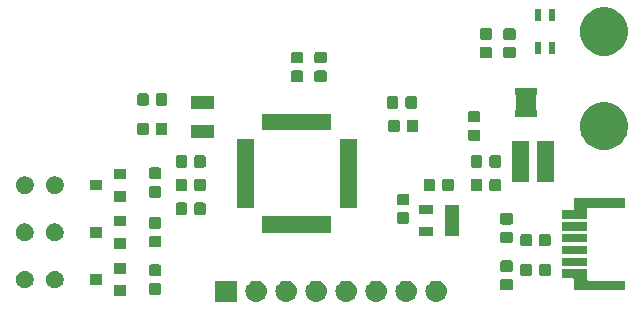
<source format=gts>
G04 #@! TF.GenerationSoftware,KiCad,Pcbnew,(5.1.0)-1*
G04 #@! TF.CreationDate,2019-06-02T21:22:59+02:00*
G04 #@! TF.ProjectId,ledpwmble,6c656470-776d-4626-9c65-2e6b69636164,rev?*
G04 #@! TF.SameCoordinates,Original*
G04 #@! TF.FileFunction,Soldermask,Top*
G04 #@! TF.FilePolarity,Negative*
%FSLAX46Y46*%
G04 Gerber Fmt 4.6, Leading zero omitted, Abs format (unit mm)*
G04 Created by KiCad (PCBNEW (5.1.0)-1) date 2019-06-02 21:22:59*
%MOMM*%
%LPD*%
G04 APERTURE LIST*
%ADD10C,0.100000*%
G04 APERTURE END LIST*
D10*
G36*
X159810442Y-106105518D02*
G01*
X159876627Y-106112037D01*
X160046466Y-106163557D01*
X160202991Y-106247222D01*
X160238729Y-106276552D01*
X160340186Y-106359814D01*
X160410431Y-106445409D01*
X160452778Y-106497009D01*
X160536443Y-106653534D01*
X160587963Y-106823373D01*
X160605359Y-107000000D01*
X160587963Y-107176627D01*
X160536443Y-107346466D01*
X160452778Y-107502991D01*
X160423448Y-107538729D01*
X160340186Y-107640186D01*
X160238729Y-107723448D01*
X160202991Y-107752778D01*
X160046466Y-107836443D01*
X159876627Y-107887963D01*
X159810442Y-107894482D01*
X159744260Y-107901000D01*
X159655740Y-107901000D01*
X159589558Y-107894482D01*
X159523373Y-107887963D01*
X159353534Y-107836443D01*
X159197009Y-107752778D01*
X159161271Y-107723448D01*
X159059814Y-107640186D01*
X158976552Y-107538729D01*
X158947222Y-107502991D01*
X158863557Y-107346466D01*
X158812037Y-107176627D01*
X158794641Y-107000000D01*
X158812037Y-106823373D01*
X158863557Y-106653534D01*
X158947222Y-106497009D01*
X158989569Y-106445409D01*
X159059814Y-106359814D01*
X159161271Y-106276552D01*
X159197009Y-106247222D01*
X159353534Y-106163557D01*
X159523373Y-106112037D01*
X159589558Y-106105518D01*
X159655740Y-106099000D01*
X159744260Y-106099000D01*
X159810442Y-106105518D01*
X159810442Y-106105518D01*
G37*
G36*
X147901000Y-107901000D02*
G01*
X146099000Y-107901000D01*
X146099000Y-106099000D01*
X147901000Y-106099000D01*
X147901000Y-107901000D01*
X147901000Y-107901000D01*
G37*
G36*
X149650442Y-106105518D02*
G01*
X149716627Y-106112037D01*
X149886466Y-106163557D01*
X150042991Y-106247222D01*
X150078729Y-106276552D01*
X150180186Y-106359814D01*
X150250431Y-106445409D01*
X150292778Y-106497009D01*
X150376443Y-106653534D01*
X150427963Y-106823373D01*
X150445359Y-107000000D01*
X150427963Y-107176627D01*
X150376443Y-107346466D01*
X150292778Y-107502991D01*
X150263448Y-107538729D01*
X150180186Y-107640186D01*
X150078729Y-107723448D01*
X150042991Y-107752778D01*
X149886466Y-107836443D01*
X149716627Y-107887963D01*
X149650442Y-107894482D01*
X149584260Y-107901000D01*
X149495740Y-107901000D01*
X149429558Y-107894482D01*
X149363373Y-107887963D01*
X149193534Y-107836443D01*
X149037009Y-107752778D01*
X149001271Y-107723448D01*
X148899814Y-107640186D01*
X148816552Y-107538729D01*
X148787222Y-107502991D01*
X148703557Y-107346466D01*
X148652037Y-107176627D01*
X148634641Y-107000000D01*
X148652037Y-106823373D01*
X148703557Y-106653534D01*
X148787222Y-106497009D01*
X148829569Y-106445409D01*
X148899814Y-106359814D01*
X149001271Y-106276552D01*
X149037009Y-106247222D01*
X149193534Y-106163557D01*
X149363373Y-106112037D01*
X149429558Y-106105518D01*
X149495740Y-106099000D01*
X149584260Y-106099000D01*
X149650442Y-106105518D01*
X149650442Y-106105518D01*
G37*
G36*
X152190442Y-106105518D02*
G01*
X152256627Y-106112037D01*
X152426466Y-106163557D01*
X152582991Y-106247222D01*
X152618729Y-106276552D01*
X152720186Y-106359814D01*
X152790431Y-106445409D01*
X152832778Y-106497009D01*
X152916443Y-106653534D01*
X152967963Y-106823373D01*
X152985359Y-107000000D01*
X152967963Y-107176627D01*
X152916443Y-107346466D01*
X152832778Y-107502991D01*
X152803448Y-107538729D01*
X152720186Y-107640186D01*
X152618729Y-107723448D01*
X152582991Y-107752778D01*
X152426466Y-107836443D01*
X152256627Y-107887963D01*
X152190442Y-107894482D01*
X152124260Y-107901000D01*
X152035740Y-107901000D01*
X151969558Y-107894482D01*
X151903373Y-107887963D01*
X151733534Y-107836443D01*
X151577009Y-107752778D01*
X151541271Y-107723448D01*
X151439814Y-107640186D01*
X151356552Y-107538729D01*
X151327222Y-107502991D01*
X151243557Y-107346466D01*
X151192037Y-107176627D01*
X151174641Y-107000000D01*
X151192037Y-106823373D01*
X151243557Y-106653534D01*
X151327222Y-106497009D01*
X151369569Y-106445409D01*
X151439814Y-106359814D01*
X151541271Y-106276552D01*
X151577009Y-106247222D01*
X151733534Y-106163557D01*
X151903373Y-106112037D01*
X151969558Y-106105518D01*
X152035740Y-106099000D01*
X152124260Y-106099000D01*
X152190442Y-106105518D01*
X152190442Y-106105518D01*
G37*
G36*
X154730442Y-106105518D02*
G01*
X154796627Y-106112037D01*
X154966466Y-106163557D01*
X155122991Y-106247222D01*
X155158729Y-106276552D01*
X155260186Y-106359814D01*
X155330431Y-106445409D01*
X155372778Y-106497009D01*
X155456443Y-106653534D01*
X155507963Y-106823373D01*
X155525359Y-107000000D01*
X155507963Y-107176627D01*
X155456443Y-107346466D01*
X155372778Y-107502991D01*
X155343448Y-107538729D01*
X155260186Y-107640186D01*
X155158729Y-107723448D01*
X155122991Y-107752778D01*
X154966466Y-107836443D01*
X154796627Y-107887963D01*
X154730442Y-107894482D01*
X154664260Y-107901000D01*
X154575740Y-107901000D01*
X154509558Y-107894482D01*
X154443373Y-107887963D01*
X154273534Y-107836443D01*
X154117009Y-107752778D01*
X154081271Y-107723448D01*
X153979814Y-107640186D01*
X153896552Y-107538729D01*
X153867222Y-107502991D01*
X153783557Y-107346466D01*
X153732037Y-107176627D01*
X153714641Y-107000000D01*
X153732037Y-106823373D01*
X153783557Y-106653534D01*
X153867222Y-106497009D01*
X153909569Y-106445409D01*
X153979814Y-106359814D01*
X154081271Y-106276552D01*
X154117009Y-106247222D01*
X154273534Y-106163557D01*
X154443373Y-106112037D01*
X154509558Y-106105518D01*
X154575740Y-106099000D01*
X154664260Y-106099000D01*
X154730442Y-106105518D01*
X154730442Y-106105518D01*
G37*
G36*
X164890442Y-106105518D02*
G01*
X164956627Y-106112037D01*
X165126466Y-106163557D01*
X165282991Y-106247222D01*
X165318729Y-106276552D01*
X165420186Y-106359814D01*
X165490431Y-106445409D01*
X165532778Y-106497009D01*
X165616443Y-106653534D01*
X165667963Y-106823373D01*
X165685359Y-107000000D01*
X165667963Y-107176627D01*
X165616443Y-107346466D01*
X165532778Y-107502991D01*
X165503448Y-107538729D01*
X165420186Y-107640186D01*
X165318729Y-107723448D01*
X165282991Y-107752778D01*
X165126466Y-107836443D01*
X164956627Y-107887963D01*
X164890442Y-107894482D01*
X164824260Y-107901000D01*
X164735740Y-107901000D01*
X164669558Y-107894482D01*
X164603373Y-107887963D01*
X164433534Y-107836443D01*
X164277009Y-107752778D01*
X164241271Y-107723448D01*
X164139814Y-107640186D01*
X164056552Y-107538729D01*
X164027222Y-107502991D01*
X163943557Y-107346466D01*
X163892037Y-107176627D01*
X163874641Y-107000000D01*
X163892037Y-106823373D01*
X163943557Y-106653534D01*
X164027222Y-106497009D01*
X164069569Y-106445409D01*
X164139814Y-106359814D01*
X164241271Y-106276552D01*
X164277009Y-106247222D01*
X164433534Y-106163557D01*
X164603373Y-106112037D01*
X164669558Y-106105518D01*
X164735740Y-106099000D01*
X164824260Y-106099000D01*
X164890442Y-106105518D01*
X164890442Y-106105518D01*
G37*
G36*
X157270442Y-106105518D02*
G01*
X157336627Y-106112037D01*
X157506466Y-106163557D01*
X157662991Y-106247222D01*
X157698729Y-106276552D01*
X157800186Y-106359814D01*
X157870431Y-106445409D01*
X157912778Y-106497009D01*
X157996443Y-106653534D01*
X158047963Y-106823373D01*
X158065359Y-107000000D01*
X158047963Y-107176627D01*
X157996443Y-107346466D01*
X157912778Y-107502991D01*
X157883448Y-107538729D01*
X157800186Y-107640186D01*
X157698729Y-107723448D01*
X157662991Y-107752778D01*
X157506466Y-107836443D01*
X157336627Y-107887963D01*
X157270442Y-107894482D01*
X157204260Y-107901000D01*
X157115740Y-107901000D01*
X157049558Y-107894482D01*
X156983373Y-107887963D01*
X156813534Y-107836443D01*
X156657009Y-107752778D01*
X156621271Y-107723448D01*
X156519814Y-107640186D01*
X156436552Y-107538729D01*
X156407222Y-107502991D01*
X156323557Y-107346466D01*
X156272037Y-107176627D01*
X156254641Y-107000000D01*
X156272037Y-106823373D01*
X156323557Y-106653534D01*
X156407222Y-106497009D01*
X156449569Y-106445409D01*
X156519814Y-106359814D01*
X156621271Y-106276552D01*
X156657009Y-106247222D01*
X156813534Y-106163557D01*
X156983373Y-106112037D01*
X157049558Y-106105518D01*
X157115740Y-106099000D01*
X157204260Y-106099000D01*
X157270442Y-106105518D01*
X157270442Y-106105518D01*
G37*
G36*
X162350442Y-106105518D02*
G01*
X162416627Y-106112037D01*
X162586466Y-106163557D01*
X162742991Y-106247222D01*
X162778729Y-106276552D01*
X162880186Y-106359814D01*
X162950431Y-106445409D01*
X162992778Y-106497009D01*
X163076443Y-106653534D01*
X163127963Y-106823373D01*
X163145359Y-107000000D01*
X163127963Y-107176627D01*
X163076443Y-107346466D01*
X162992778Y-107502991D01*
X162963448Y-107538729D01*
X162880186Y-107640186D01*
X162778729Y-107723448D01*
X162742991Y-107752778D01*
X162586466Y-107836443D01*
X162416627Y-107887963D01*
X162350442Y-107894482D01*
X162284260Y-107901000D01*
X162195740Y-107901000D01*
X162129558Y-107894482D01*
X162063373Y-107887963D01*
X161893534Y-107836443D01*
X161737009Y-107752778D01*
X161701271Y-107723448D01*
X161599814Y-107640186D01*
X161516552Y-107538729D01*
X161487222Y-107502991D01*
X161403557Y-107346466D01*
X161352037Y-107176627D01*
X161334641Y-107000000D01*
X161352037Y-106823373D01*
X161403557Y-106653534D01*
X161487222Y-106497009D01*
X161529569Y-106445409D01*
X161599814Y-106359814D01*
X161701271Y-106276552D01*
X161737009Y-106247222D01*
X161893534Y-106163557D01*
X162063373Y-106112037D01*
X162129558Y-106105518D01*
X162195740Y-106099000D01*
X162284260Y-106099000D01*
X162350442Y-106105518D01*
X162350442Y-106105518D01*
G37*
G36*
X138501000Y-107401000D02*
G01*
X137499000Y-107401000D01*
X137499000Y-106499000D01*
X138501000Y-106499000D01*
X138501000Y-107401000D01*
X138501000Y-107401000D01*
G37*
G36*
X141379591Y-106303085D02*
G01*
X141413569Y-106313393D01*
X141444890Y-106330134D01*
X141472339Y-106352661D01*
X141494866Y-106380110D01*
X141511607Y-106411431D01*
X141521915Y-106445409D01*
X141526000Y-106486890D01*
X141526000Y-107088110D01*
X141521915Y-107129591D01*
X141511607Y-107163569D01*
X141494866Y-107194890D01*
X141472339Y-107222339D01*
X141444890Y-107244866D01*
X141413569Y-107261607D01*
X141379591Y-107271915D01*
X141338110Y-107276000D01*
X140661890Y-107276000D01*
X140620409Y-107271915D01*
X140586431Y-107261607D01*
X140555110Y-107244866D01*
X140527661Y-107222339D01*
X140505134Y-107194890D01*
X140488393Y-107163569D01*
X140478085Y-107129591D01*
X140474000Y-107088110D01*
X140474000Y-106486890D01*
X140478085Y-106445409D01*
X140488393Y-106411431D01*
X140505134Y-106380110D01*
X140527661Y-106352661D01*
X140555110Y-106330134D01*
X140586431Y-106313393D01*
X140620409Y-106303085D01*
X140661890Y-106299000D01*
X141338110Y-106299000D01*
X141379591Y-106303085D01*
X141379591Y-106303085D01*
G37*
G36*
X171119591Y-105953085D02*
G01*
X171153569Y-105963393D01*
X171184890Y-105980134D01*
X171212339Y-106002661D01*
X171234866Y-106030110D01*
X171251607Y-106061431D01*
X171261915Y-106095409D01*
X171266000Y-106136890D01*
X171266000Y-106738110D01*
X171261915Y-106779591D01*
X171251607Y-106813569D01*
X171234866Y-106844890D01*
X171212339Y-106872339D01*
X171184890Y-106894866D01*
X171153569Y-106911607D01*
X171119591Y-106921915D01*
X171078110Y-106926000D01*
X170401890Y-106926000D01*
X170360409Y-106921915D01*
X170326431Y-106911607D01*
X170295110Y-106894866D01*
X170267661Y-106872339D01*
X170245134Y-106844890D01*
X170228393Y-106813569D01*
X170218085Y-106779591D01*
X170214000Y-106738110D01*
X170214000Y-106136890D01*
X170218085Y-106095409D01*
X170228393Y-106061431D01*
X170245134Y-106030110D01*
X170267661Y-106002661D01*
X170295110Y-105980134D01*
X170326431Y-105963393D01*
X170360409Y-105953085D01*
X170401890Y-105949000D01*
X171078110Y-105949000D01*
X171119591Y-105953085D01*
X171119591Y-105953085D01*
G37*
G36*
X177560000Y-105965001D02*
G01*
X177562402Y-105989387D01*
X177569515Y-106012836D01*
X177581066Y-106034447D01*
X177596611Y-106053389D01*
X177615553Y-106068934D01*
X177637164Y-106080485D01*
X177660613Y-106087598D01*
X177684999Y-106090000D01*
X180760000Y-106090000D01*
X180760000Y-106910000D01*
X176440000Y-106910000D01*
X176440000Y-105984999D01*
X176437598Y-105960613D01*
X176430485Y-105937164D01*
X176418934Y-105915553D01*
X176403389Y-105896611D01*
X176384447Y-105881066D01*
X176362836Y-105869515D01*
X176339387Y-105862402D01*
X176315001Y-105860000D01*
X175440000Y-105860000D01*
X175440000Y-105140000D01*
X177560000Y-105140000D01*
X177560000Y-105965001D01*
X177560000Y-105965001D01*
G37*
G36*
X132719059Y-105277860D02*
G01*
X132855732Y-105334472D01*
X132978735Y-105416660D01*
X133083340Y-105521265D01*
X133128311Y-105588569D01*
X133165529Y-105644270D01*
X133222140Y-105780941D01*
X133251000Y-105926032D01*
X133251000Y-106073968D01*
X133222140Y-106219059D01*
X133171977Y-106340164D01*
X133165528Y-106355732D01*
X133083340Y-106478735D01*
X132978735Y-106583340D01*
X132855732Y-106665528D01*
X132855731Y-106665529D01*
X132855730Y-106665529D01*
X132719059Y-106722140D01*
X132573968Y-106751000D01*
X132426032Y-106751000D01*
X132280941Y-106722140D01*
X132144270Y-106665529D01*
X132144269Y-106665529D01*
X132144268Y-106665528D01*
X132021265Y-106583340D01*
X131916660Y-106478735D01*
X131834472Y-106355732D01*
X131828024Y-106340164D01*
X131777860Y-106219059D01*
X131749000Y-106073968D01*
X131749000Y-105926032D01*
X131777860Y-105780941D01*
X131834471Y-105644270D01*
X131871689Y-105588569D01*
X131916660Y-105521265D01*
X132021265Y-105416660D01*
X132144268Y-105334472D01*
X132280941Y-105277860D01*
X132426032Y-105249000D01*
X132573968Y-105249000D01*
X132719059Y-105277860D01*
X132719059Y-105277860D01*
G37*
G36*
X130179059Y-105277860D02*
G01*
X130315732Y-105334472D01*
X130438735Y-105416660D01*
X130543340Y-105521265D01*
X130588311Y-105588569D01*
X130625529Y-105644270D01*
X130682140Y-105780941D01*
X130711000Y-105926032D01*
X130711000Y-106073968D01*
X130682140Y-106219059D01*
X130631977Y-106340164D01*
X130625528Y-106355732D01*
X130543340Y-106478735D01*
X130438735Y-106583340D01*
X130315732Y-106665528D01*
X130315731Y-106665529D01*
X130315730Y-106665529D01*
X130179059Y-106722140D01*
X130033968Y-106751000D01*
X129886032Y-106751000D01*
X129740941Y-106722140D01*
X129604270Y-106665529D01*
X129604269Y-106665529D01*
X129604268Y-106665528D01*
X129481265Y-106583340D01*
X129376660Y-106478735D01*
X129294472Y-106355732D01*
X129288024Y-106340164D01*
X129237860Y-106219059D01*
X129209000Y-106073968D01*
X129209000Y-105926032D01*
X129237860Y-105780941D01*
X129294471Y-105644270D01*
X129331689Y-105588569D01*
X129376660Y-105521265D01*
X129481265Y-105416660D01*
X129604268Y-105334472D01*
X129740941Y-105277860D01*
X129886032Y-105249000D01*
X130033968Y-105249000D01*
X130179059Y-105277860D01*
X130179059Y-105277860D01*
G37*
G36*
X136501000Y-106451000D02*
G01*
X135499000Y-106451000D01*
X135499000Y-105549000D01*
X136501000Y-105549000D01*
X136501000Y-106451000D01*
X136501000Y-106451000D01*
G37*
G36*
X174329591Y-104658085D02*
G01*
X174363569Y-104668393D01*
X174394890Y-104685134D01*
X174422339Y-104707661D01*
X174444866Y-104735110D01*
X174461607Y-104766431D01*
X174471915Y-104800409D01*
X174476000Y-104841890D01*
X174476000Y-105518110D01*
X174471915Y-105559591D01*
X174461607Y-105593569D01*
X174444866Y-105624890D01*
X174422339Y-105652339D01*
X174394890Y-105674866D01*
X174363569Y-105691607D01*
X174329591Y-105701915D01*
X174288110Y-105706000D01*
X173686890Y-105706000D01*
X173645409Y-105701915D01*
X173611431Y-105691607D01*
X173580110Y-105674866D01*
X173552661Y-105652339D01*
X173530134Y-105624890D01*
X173513393Y-105593569D01*
X173503085Y-105559591D01*
X173499000Y-105518110D01*
X173499000Y-104841890D01*
X173503085Y-104800409D01*
X173513393Y-104766431D01*
X173530134Y-104735110D01*
X173552661Y-104707661D01*
X173580110Y-104685134D01*
X173611431Y-104668393D01*
X173645409Y-104658085D01*
X173686890Y-104654000D01*
X174288110Y-104654000D01*
X174329591Y-104658085D01*
X174329591Y-104658085D01*
G37*
G36*
X172754591Y-104658085D02*
G01*
X172788569Y-104668393D01*
X172819890Y-104685134D01*
X172847339Y-104707661D01*
X172869866Y-104735110D01*
X172886607Y-104766431D01*
X172896915Y-104800409D01*
X172901000Y-104841890D01*
X172901000Y-105518110D01*
X172896915Y-105559591D01*
X172886607Y-105593569D01*
X172869866Y-105624890D01*
X172847339Y-105652339D01*
X172819890Y-105674866D01*
X172788569Y-105691607D01*
X172754591Y-105701915D01*
X172713110Y-105706000D01*
X172111890Y-105706000D01*
X172070409Y-105701915D01*
X172036431Y-105691607D01*
X172005110Y-105674866D01*
X171977661Y-105652339D01*
X171955134Y-105624890D01*
X171938393Y-105593569D01*
X171928085Y-105559591D01*
X171924000Y-105518110D01*
X171924000Y-104841890D01*
X171928085Y-104800409D01*
X171938393Y-104766431D01*
X171955134Y-104735110D01*
X171977661Y-104707661D01*
X172005110Y-104685134D01*
X172036431Y-104668393D01*
X172070409Y-104658085D01*
X172111890Y-104654000D01*
X172713110Y-104654000D01*
X172754591Y-104658085D01*
X172754591Y-104658085D01*
G37*
G36*
X141379591Y-104728085D02*
G01*
X141413569Y-104738393D01*
X141444890Y-104755134D01*
X141472339Y-104777661D01*
X141494866Y-104805110D01*
X141511607Y-104836431D01*
X141521915Y-104870409D01*
X141526000Y-104911890D01*
X141526000Y-105513110D01*
X141521915Y-105554591D01*
X141511607Y-105588569D01*
X141494866Y-105619890D01*
X141472339Y-105647339D01*
X141444890Y-105669866D01*
X141413569Y-105686607D01*
X141379591Y-105696915D01*
X141338110Y-105701000D01*
X140661890Y-105701000D01*
X140620409Y-105696915D01*
X140586431Y-105686607D01*
X140555110Y-105669866D01*
X140527661Y-105647339D01*
X140505134Y-105619890D01*
X140488393Y-105588569D01*
X140478085Y-105554591D01*
X140474000Y-105513110D01*
X140474000Y-104911890D01*
X140478085Y-104870409D01*
X140488393Y-104836431D01*
X140505134Y-104805110D01*
X140527661Y-104777661D01*
X140555110Y-104755134D01*
X140586431Y-104738393D01*
X140620409Y-104728085D01*
X140661890Y-104724000D01*
X141338110Y-104724000D01*
X141379591Y-104728085D01*
X141379591Y-104728085D01*
G37*
G36*
X138501000Y-105501000D02*
G01*
X137499000Y-105501000D01*
X137499000Y-104599000D01*
X138501000Y-104599000D01*
X138501000Y-105501000D01*
X138501000Y-105501000D01*
G37*
G36*
X171119591Y-104378085D02*
G01*
X171153569Y-104388393D01*
X171184890Y-104405134D01*
X171212339Y-104427661D01*
X171234866Y-104455110D01*
X171251607Y-104486431D01*
X171261915Y-104520409D01*
X171266000Y-104561890D01*
X171266000Y-105163110D01*
X171261915Y-105204591D01*
X171251607Y-105238569D01*
X171234866Y-105269890D01*
X171212339Y-105297339D01*
X171184890Y-105319866D01*
X171153569Y-105336607D01*
X171119591Y-105346915D01*
X171078110Y-105351000D01*
X170401890Y-105351000D01*
X170360409Y-105346915D01*
X170326431Y-105336607D01*
X170295110Y-105319866D01*
X170267661Y-105297339D01*
X170245134Y-105269890D01*
X170228393Y-105238569D01*
X170218085Y-105204591D01*
X170214000Y-105163110D01*
X170214000Y-104561890D01*
X170218085Y-104520409D01*
X170228393Y-104486431D01*
X170245134Y-104455110D01*
X170267661Y-104427661D01*
X170295110Y-104405134D01*
X170326431Y-104388393D01*
X170360409Y-104378085D01*
X170401890Y-104374000D01*
X171078110Y-104374000D01*
X171119591Y-104378085D01*
X171119591Y-104378085D01*
G37*
G36*
X177560000Y-104860000D02*
G01*
X175440000Y-104860000D01*
X175440000Y-104140000D01*
X177560000Y-104140000D01*
X177560000Y-104860000D01*
X177560000Y-104860000D01*
G37*
G36*
X177560000Y-103860000D02*
G01*
X175440000Y-103860000D01*
X175440000Y-103140000D01*
X177560000Y-103140000D01*
X177560000Y-103860000D01*
X177560000Y-103860000D01*
G37*
G36*
X138501000Y-103401000D02*
G01*
X137499000Y-103401000D01*
X137499000Y-102499000D01*
X138501000Y-102499000D01*
X138501000Y-103401000D01*
X138501000Y-103401000D01*
G37*
G36*
X141379591Y-102303085D02*
G01*
X141413569Y-102313393D01*
X141444890Y-102330134D01*
X141472339Y-102352661D01*
X141494866Y-102380110D01*
X141511607Y-102411431D01*
X141521915Y-102445409D01*
X141526000Y-102486890D01*
X141526000Y-103088110D01*
X141521915Y-103129591D01*
X141511607Y-103163569D01*
X141494866Y-103194890D01*
X141472339Y-103222339D01*
X141444890Y-103244866D01*
X141413569Y-103261607D01*
X141379591Y-103271915D01*
X141338110Y-103276000D01*
X140661890Y-103276000D01*
X140620409Y-103271915D01*
X140586431Y-103261607D01*
X140555110Y-103244866D01*
X140527661Y-103222339D01*
X140505134Y-103194890D01*
X140488393Y-103163569D01*
X140478085Y-103129591D01*
X140474000Y-103088110D01*
X140474000Y-102486890D01*
X140478085Y-102445409D01*
X140488393Y-102411431D01*
X140505134Y-102380110D01*
X140527661Y-102352661D01*
X140555110Y-102330134D01*
X140586431Y-102313393D01*
X140620409Y-102303085D01*
X140661890Y-102299000D01*
X141338110Y-102299000D01*
X141379591Y-102303085D01*
X141379591Y-102303085D01*
G37*
G36*
X174329591Y-102148085D02*
G01*
X174363569Y-102158393D01*
X174394890Y-102175134D01*
X174422339Y-102197661D01*
X174444866Y-102225110D01*
X174461607Y-102256431D01*
X174471915Y-102290409D01*
X174476000Y-102331890D01*
X174476000Y-103008110D01*
X174471915Y-103049591D01*
X174461607Y-103083569D01*
X174444866Y-103114890D01*
X174422339Y-103142339D01*
X174394890Y-103164866D01*
X174363569Y-103181607D01*
X174329591Y-103191915D01*
X174288110Y-103196000D01*
X173686890Y-103196000D01*
X173645409Y-103191915D01*
X173611431Y-103181607D01*
X173580110Y-103164866D01*
X173552661Y-103142339D01*
X173530134Y-103114890D01*
X173513393Y-103083569D01*
X173503085Y-103049591D01*
X173499000Y-103008110D01*
X173499000Y-102331890D01*
X173503085Y-102290409D01*
X173513393Y-102256431D01*
X173530134Y-102225110D01*
X173552661Y-102197661D01*
X173580110Y-102175134D01*
X173611431Y-102158393D01*
X173645409Y-102148085D01*
X173686890Y-102144000D01*
X174288110Y-102144000D01*
X174329591Y-102148085D01*
X174329591Y-102148085D01*
G37*
G36*
X172754591Y-102148085D02*
G01*
X172788569Y-102158393D01*
X172819890Y-102175134D01*
X172847339Y-102197661D01*
X172869866Y-102225110D01*
X172886607Y-102256431D01*
X172896915Y-102290409D01*
X172901000Y-102331890D01*
X172901000Y-103008110D01*
X172896915Y-103049591D01*
X172886607Y-103083569D01*
X172869866Y-103114890D01*
X172847339Y-103142339D01*
X172819890Y-103164866D01*
X172788569Y-103181607D01*
X172754591Y-103191915D01*
X172713110Y-103196000D01*
X172111890Y-103196000D01*
X172070409Y-103191915D01*
X172036431Y-103181607D01*
X172005110Y-103164866D01*
X171977661Y-103142339D01*
X171955134Y-103114890D01*
X171938393Y-103083569D01*
X171928085Y-103049591D01*
X171924000Y-103008110D01*
X171924000Y-102331890D01*
X171928085Y-102290409D01*
X171938393Y-102256431D01*
X171955134Y-102225110D01*
X171977661Y-102197661D01*
X172005110Y-102175134D01*
X172036431Y-102158393D01*
X172070409Y-102148085D01*
X172111890Y-102144000D01*
X172713110Y-102144000D01*
X172754591Y-102148085D01*
X172754591Y-102148085D01*
G37*
G36*
X171119591Y-101943085D02*
G01*
X171153569Y-101953393D01*
X171184890Y-101970134D01*
X171212339Y-101992661D01*
X171234866Y-102020110D01*
X171251607Y-102051431D01*
X171261915Y-102085409D01*
X171266000Y-102126890D01*
X171266000Y-102728110D01*
X171261915Y-102769591D01*
X171251607Y-102803569D01*
X171234866Y-102834890D01*
X171212339Y-102862339D01*
X171184890Y-102884866D01*
X171153569Y-102901607D01*
X171119591Y-102911915D01*
X171078110Y-102916000D01*
X170401890Y-102916000D01*
X170360409Y-102911915D01*
X170326431Y-102901607D01*
X170295110Y-102884866D01*
X170267661Y-102862339D01*
X170245134Y-102834890D01*
X170228393Y-102803569D01*
X170218085Y-102769591D01*
X170214000Y-102728110D01*
X170214000Y-102126890D01*
X170218085Y-102085409D01*
X170228393Y-102051431D01*
X170245134Y-102020110D01*
X170267661Y-101992661D01*
X170295110Y-101970134D01*
X170326431Y-101953393D01*
X170360409Y-101943085D01*
X170401890Y-101939000D01*
X171078110Y-101939000D01*
X171119591Y-101943085D01*
X171119591Y-101943085D01*
G37*
G36*
X177560000Y-102860000D02*
G01*
X175440000Y-102860000D01*
X175440000Y-102140000D01*
X177560000Y-102140000D01*
X177560000Y-102860000D01*
X177560000Y-102860000D01*
G37*
G36*
X132719059Y-101277860D02*
G01*
X132836745Y-101326607D01*
X132855732Y-101334472D01*
X132978735Y-101416660D01*
X133083340Y-101521265D01*
X133118576Y-101574000D01*
X133165529Y-101644270D01*
X133222140Y-101780941D01*
X133251000Y-101926032D01*
X133251000Y-102073968D01*
X133222140Y-102219059D01*
X133171977Y-102340164D01*
X133165528Y-102355732D01*
X133083340Y-102478735D01*
X132978735Y-102583340D01*
X132855732Y-102665528D01*
X132855731Y-102665529D01*
X132855730Y-102665529D01*
X132719059Y-102722140D01*
X132573968Y-102751000D01*
X132426032Y-102751000D01*
X132280941Y-102722140D01*
X132144270Y-102665529D01*
X132144269Y-102665529D01*
X132144268Y-102665528D01*
X132021265Y-102583340D01*
X131916660Y-102478735D01*
X131834472Y-102355732D01*
X131828024Y-102340164D01*
X131777860Y-102219059D01*
X131749000Y-102073968D01*
X131749000Y-101926032D01*
X131777860Y-101780941D01*
X131834471Y-101644270D01*
X131881424Y-101574000D01*
X131916660Y-101521265D01*
X132021265Y-101416660D01*
X132144268Y-101334472D01*
X132163256Y-101326607D01*
X132280941Y-101277860D01*
X132426032Y-101249000D01*
X132573968Y-101249000D01*
X132719059Y-101277860D01*
X132719059Y-101277860D01*
G37*
G36*
X130179059Y-101277860D02*
G01*
X130296745Y-101326607D01*
X130315732Y-101334472D01*
X130438735Y-101416660D01*
X130543340Y-101521265D01*
X130578576Y-101574000D01*
X130625529Y-101644270D01*
X130682140Y-101780941D01*
X130711000Y-101926032D01*
X130711000Y-102073968D01*
X130682140Y-102219059D01*
X130631977Y-102340164D01*
X130625528Y-102355732D01*
X130543340Y-102478735D01*
X130438735Y-102583340D01*
X130315732Y-102665528D01*
X130315731Y-102665529D01*
X130315730Y-102665529D01*
X130179059Y-102722140D01*
X130033968Y-102751000D01*
X129886032Y-102751000D01*
X129740941Y-102722140D01*
X129604270Y-102665529D01*
X129604269Y-102665529D01*
X129604268Y-102665528D01*
X129481265Y-102583340D01*
X129376660Y-102478735D01*
X129294472Y-102355732D01*
X129288024Y-102340164D01*
X129237860Y-102219059D01*
X129209000Y-102073968D01*
X129209000Y-101926032D01*
X129237860Y-101780941D01*
X129294471Y-101644270D01*
X129341424Y-101574000D01*
X129376660Y-101521265D01*
X129481265Y-101416660D01*
X129604268Y-101334472D01*
X129623256Y-101326607D01*
X129740941Y-101277860D01*
X129886032Y-101249000D01*
X130033968Y-101249000D01*
X130179059Y-101277860D01*
X130179059Y-101277860D01*
G37*
G36*
X136501000Y-102451000D02*
G01*
X135499000Y-102451000D01*
X135499000Y-101549000D01*
X136501000Y-101549000D01*
X136501000Y-102451000D01*
X136501000Y-102451000D01*
G37*
G36*
X164481000Y-102326000D02*
G01*
X163319000Y-102326000D01*
X163319000Y-101574000D01*
X164481000Y-101574000D01*
X164481000Y-102326000D01*
X164481000Y-102326000D01*
G37*
G36*
X166681000Y-102326000D02*
G01*
X165519000Y-102326000D01*
X165519000Y-99674000D01*
X166681000Y-99674000D01*
X166681000Y-102326000D01*
X166681000Y-102326000D01*
G37*
G36*
X155926000Y-102051000D02*
G01*
X150074000Y-102051000D01*
X150074000Y-100649000D01*
X155926000Y-100649000D01*
X155926000Y-102051000D01*
X155926000Y-102051000D01*
G37*
G36*
X177560000Y-101860000D02*
G01*
X175440000Y-101860000D01*
X175440000Y-101140000D01*
X177560000Y-101140000D01*
X177560000Y-101860000D01*
X177560000Y-101860000D01*
G37*
G36*
X141379591Y-100728085D02*
G01*
X141413569Y-100738393D01*
X141444890Y-100755134D01*
X141472339Y-100777661D01*
X141494866Y-100805110D01*
X141511607Y-100836431D01*
X141521915Y-100870409D01*
X141526000Y-100911890D01*
X141526000Y-101513110D01*
X141521915Y-101554591D01*
X141511607Y-101588569D01*
X141494866Y-101619890D01*
X141472339Y-101647339D01*
X141444890Y-101669866D01*
X141413569Y-101686607D01*
X141379591Y-101696915D01*
X141338110Y-101701000D01*
X140661890Y-101701000D01*
X140620409Y-101696915D01*
X140586431Y-101686607D01*
X140555110Y-101669866D01*
X140527661Y-101647339D01*
X140505134Y-101619890D01*
X140488393Y-101588569D01*
X140478085Y-101554591D01*
X140474000Y-101513110D01*
X140474000Y-100911890D01*
X140478085Y-100870409D01*
X140488393Y-100836431D01*
X140505134Y-100805110D01*
X140527661Y-100777661D01*
X140555110Y-100755134D01*
X140586431Y-100738393D01*
X140620409Y-100728085D01*
X140661890Y-100724000D01*
X141338110Y-100724000D01*
X141379591Y-100728085D01*
X141379591Y-100728085D01*
G37*
G36*
X138501000Y-101501000D02*
G01*
X137499000Y-101501000D01*
X137499000Y-100599000D01*
X138501000Y-100599000D01*
X138501000Y-101501000D01*
X138501000Y-101501000D01*
G37*
G36*
X171119591Y-100368085D02*
G01*
X171153569Y-100378393D01*
X171184890Y-100395134D01*
X171212339Y-100417661D01*
X171234866Y-100445110D01*
X171251607Y-100476431D01*
X171261915Y-100510409D01*
X171266000Y-100551890D01*
X171266000Y-101153110D01*
X171261915Y-101194591D01*
X171251607Y-101228569D01*
X171234866Y-101259890D01*
X171212339Y-101287339D01*
X171184890Y-101309866D01*
X171153569Y-101326607D01*
X171119591Y-101336915D01*
X171078110Y-101341000D01*
X170401890Y-101341000D01*
X170360409Y-101336915D01*
X170326431Y-101326607D01*
X170295110Y-101309866D01*
X170267661Y-101287339D01*
X170245134Y-101259890D01*
X170228393Y-101228569D01*
X170218085Y-101194591D01*
X170214000Y-101153110D01*
X170214000Y-100551890D01*
X170218085Y-100510409D01*
X170228393Y-100476431D01*
X170245134Y-100445110D01*
X170267661Y-100417661D01*
X170295110Y-100395134D01*
X170326431Y-100378393D01*
X170360409Y-100368085D01*
X170401890Y-100364000D01*
X171078110Y-100364000D01*
X171119591Y-100368085D01*
X171119591Y-100368085D01*
G37*
G36*
X162379591Y-100303085D02*
G01*
X162413569Y-100313393D01*
X162444890Y-100330134D01*
X162472339Y-100352661D01*
X162494866Y-100380110D01*
X162511607Y-100411431D01*
X162521915Y-100445409D01*
X162526000Y-100486890D01*
X162526000Y-101088110D01*
X162521915Y-101129591D01*
X162511607Y-101163569D01*
X162494866Y-101194890D01*
X162472339Y-101222339D01*
X162444890Y-101244866D01*
X162413569Y-101261607D01*
X162379591Y-101271915D01*
X162338110Y-101276000D01*
X161661890Y-101276000D01*
X161620409Y-101271915D01*
X161586431Y-101261607D01*
X161555110Y-101244866D01*
X161527661Y-101222339D01*
X161505134Y-101194890D01*
X161488393Y-101163569D01*
X161478085Y-101129591D01*
X161474000Y-101088110D01*
X161474000Y-100486890D01*
X161478085Y-100445409D01*
X161488393Y-100411431D01*
X161505134Y-100380110D01*
X161527661Y-100352661D01*
X161555110Y-100330134D01*
X161586431Y-100313393D01*
X161620409Y-100303085D01*
X161661890Y-100299000D01*
X162338110Y-100299000D01*
X162379591Y-100303085D01*
X162379591Y-100303085D01*
G37*
G36*
X180750000Y-99900000D02*
G01*
X177684999Y-99900000D01*
X177660613Y-99902402D01*
X177637164Y-99909515D01*
X177615553Y-99921066D01*
X177596611Y-99936611D01*
X177581066Y-99955553D01*
X177569515Y-99977164D01*
X177562402Y-100000613D01*
X177560000Y-100024999D01*
X177560000Y-100860000D01*
X175440000Y-100860000D01*
X175440000Y-100140000D01*
X176325001Y-100140000D01*
X176349387Y-100137598D01*
X176372836Y-100130485D01*
X176394447Y-100118934D01*
X176413389Y-100103389D01*
X176428934Y-100084447D01*
X176440485Y-100062836D01*
X176447598Y-100039387D01*
X176450000Y-100015001D01*
X176450000Y-99100000D01*
X180750000Y-99100000D01*
X180750000Y-99900000D01*
X180750000Y-99900000D01*
G37*
G36*
X143554591Y-99478085D02*
G01*
X143588569Y-99488393D01*
X143619890Y-99505134D01*
X143647339Y-99527661D01*
X143669866Y-99555110D01*
X143686607Y-99586431D01*
X143696915Y-99620409D01*
X143701000Y-99661890D01*
X143701000Y-100338110D01*
X143696915Y-100379591D01*
X143686607Y-100413569D01*
X143669866Y-100444890D01*
X143647339Y-100472339D01*
X143619890Y-100494866D01*
X143588569Y-100511607D01*
X143554591Y-100521915D01*
X143513110Y-100526000D01*
X142911890Y-100526000D01*
X142870409Y-100521915D01*
X142836431Y-100511607D01*
X142805110Y-100494866D01*
X142777661Y-100472339D01*
X142755134Y-100444890D01*
X142738393Y-100413569D01*
X142728085Y-100379591D01*
X142724000Y-100338110D01*
X142724000Y-99661890D01*
X142728085Y-99620409D01*
X142738393Y-99586431D01*
X142755134Y-99555110D01*
X142777661Y-99527661D01*
X142805110Y-99505134D01*
X142836431Y-99488393D01*
X142870409Y-99478085D01*
X142911890Y-99474000D01*
X143513110Y-99474000D01*
X143554591Y-99478085D01*
X143554591Y-99478085D01*
G37*
G36*
X145129591Y-99478085D02*
G01*
X145163569Y-99488393D01*
X145194890Y-99505134D01*
X145222339Y-99527661D01*
X145244866Y-99555110D01*
X145261607Y-99586431D01*
X145271915Y-99620409D01*
X145276000Y-99661890D01*
X145276000Y-100338110D01*
X145271915Y-100379591D01*
X145261607Y-100413569D01*
X145244866Y-100444890D01*
X145222339Y-100472339D01*
X145194890Y-100494866D01*
X145163569Y-100511607D01*
X145129591Y-100521915D01*
X145088110Y-100526000D01*
X144486890Y-100526000D01*
X144445409Y-100521915D01*
X144411431Y-100511607D01*
X144380110Y-100494866D01*
X144352661Y-100472339D01*
X144330134Y-100444890D01*
X144313393Y-100413569D01*
X144303085Y-100379591D01*
X144299000Y-100338110D01*
X144299000Y-99661890D01*
X144303085Y-99620409D01*
X144313393Y-99586431D01*
X144330134Y-99555110D01*
X144352661Y-99527661D01*
X144380110Y-99505134D01*
X144411431Y-99488393D01*
X144445409Y-99478085D01*
X144486890Y-99474000D01*
X145088110Y-99474000D01*
X145129591Y-99478085D01*
X145129591Y-99478085D01*
G37*
G36*
X164481000Y-100426000D02*
G01*
X163319000Y-100426000D01*
X163319000Y-99674000D01*
X164481000Y-99674000D01*
X164481000Y-100426000D01*
X164481000Y-100426000D01*
G37*
G36*
X149351000Y-99926000D02*
G01*
X147949000Y-99926000D01*
X147949000Y-94074000D01*
X149351000Y-94074000D01*
X149351000Y-99926000D01*
X149351000Y-99926000D01*
G37*
G36*
X158051000Y-99926000D02*
G01*
X156649000Y-99926000D01*
X156649000Y-94074000D01*
X158051000Y-94074000D01*
X158051000Y-99926000D01*
X158051000Y-99926000D01*
G37*
G36*
X162379591Y-98728085D02*
G01*
X162413569Y-98738393D01*
X162444890Y-98755134D01*
X162472339Y-98777661D01*
X162494866Y-98805110D01*
X162511607Y-98836431D01*
X162521915Y-98870409D01*
X162526000Y-98911890D01*
X162526000Y-99513110D01*
X162521915Y-99554591D01*
X162511607Y-99588569D01*
X162494866Y-99619890D01*
X162472339Y-99647339D01*
X162444890Y-99669866D01*
X162413569Y-99686607D01*
X162379591Y-99696915D01*
X162338110Y-99701000D01*
X161661890Y-99701000D01*
X161620409Y-99696915D01*
X161586431Y-99686607D01*
X161555110Y-99669866D01*
X161527661Y-99647339D01*
X161505134Y-99619890D01*
X161488393Y-99588569D01*
X161478085Y-99554591D01*
X161474000Y-99513110D01*
X161474000Y-98911890D01*
X161478085Y-98870409D01*
X161488393Y-98836431D01*
X161505134Y-98805110D01*
X161527661Y-98777661D01*
X161555110Y-98755134D01*
X161586431Y-98738393D01*
X161620409Y-98728085D01*
X161661890Y-98724000D01*
X162338110Y-98724000D01*
X162379591Y-98728085D01*
X162379591Y-98728085D01*
G37*
G36*
X138501000Y-99401000D02*
G01*
X137499000Y-99401000D01*
X137499000Y-98499000D01*
X138501000Y-98499000D01*
X138501000Y-99401000D01*
X138501000Y-99401000D01*
G37*
G36*
X141379591Y-98090585D02*
G01*
X141413569Y-98100893D01*
X141444890Y-98117634D01*
X141472339Y-98140161D01*
X141494866Y-98167610D01*
X141511607Y-98198931D01*
X141521915Y-98232909D01*
X141526000Y-98274390D01*
X141526000Y-98875610D01*
X141521915Y-98917091D01*
X141511607Y-98951069D01*
X141494866Y-98982390D01*
X141472339Y-99009839D01*
X141444890Y-99032366D01*
X141413569Y-99049107D01*
X141379591Y-99059415D01*
X141338110Y-99063500D01*
X140661890Y-99063500D01*
X140620409Y-99059415D01*
X140586431Y-99049107D01*
X140555110Y-99032366D01*
X140527661Y-99009839D01*
X140505134Y-98982390D01*
X140488393Y-98951069D01*
X140478085Y-98917091D01*
X140474000Y-98875610D01*
X140474000Y-98274390D01*
X140478085Y-98232909D01*
X140488393Y-98198931D01*
X140505134Y-98167610D01*
X140527661Y-98140161D01*
X140555110Y-98117634D01*
X140586431Y-98100893D01*
X140620409Y-98090585D01*
X140661890Y-98086500D01*
X141338110Y-98086500D01*
X141379591Y-98090585D01*
X141379591Y-98090585D01*
G37*
G36*
X130179059Y-97277860D02*
G01*
X130315732Y-97334472D01*
X130438735Y-97416660D01*
X130543340Y-97521265D01*
X130625528Y-97644268D01*
X130625529Y-97644270D01*
X130682140Y-97780941D01*
X130711000Y-97926032D01*
X130711000Y-98073968D01*
X130682140Y-98219059D01*
X130656173Y-98281750D01*
X130625528Y-98355732D01*
X130543340Y-98478735D01*
X130438735Y-98583340D01*
X130315732Y-98665528D01*
X130315731Y-98665529D01*
X130315730Y-98665529D01*
X130179059Y-98722140D01*
X130033968Y-98751000D01*
X129886032Y-98751000D01*
X129740941Y-98722140D01*
X129604270Y-98665529D01*
X129604269Y-98665529D01*
X129604268Y-98665528D01*
X129481265Y-98583340D01*
X129376660Y-98478735D01*
X129294472Y-98355732D01*
X129263828Y-98281750D01*
X129237860Y-98219059D01*
X129209000Y-98073968D01*
X129209000Y-97926032D01*
X129237860Y-97780941D01*
X129294471Y-97644270D01*
X129294472Y-97644268D01*
X129376660Y-97521265D01*
X129481265Y-97416660D01*
X129604268Y-97334472D01*
X129740941Y-97277860D01*
X129886032Y-97249000D01*
X130033968Y-97249000D01*
X130179059Y-97277860D01*
X130179059Y-97277860D01*
G37*
G36*
X132719059Y-97277860D02*
G01*
X132855732Y-97334472D01*
X132978735Y-97416660D01*
X133083340Y-97521265D01*
X133165528Y-97644268D01*
X133165529Y-97644270D01*
X133222140Y-97780941D01*
X133251000Y-97926032D01*
X133251000Y-98073968D01*
X133222140Y-98219059D01*
X133196173Y-98281750D01*
X133165528Y-98355732D01*
X133083340Y-98478735D01*
X132978735Y-98583340D01*
X132855732Y-98665528D01*
X132855731Y-98665529D01*
X132855730Y-98665529D01*
X132719059Y-98722140D01*
X132573968Y-98751000D01*
X132426032Y-98751000D01*
X132280941Y-98722140D01*
X132144270Y-98665529D01*
X132144269Y-98665529D01*
X132144268Y-98665528D01*
X132021265Y-98583340D01*
X131916660Y-98478735D01*
X131834472Y-98355732D01*
X131803828Y-98281750D01*
X131777860Y-98219059D01*
X131749000Y-98073968D01*
X131749000Y-97926032D01*
X131777860Y-97780941D01*
X131834471Y-97644270D01*
X131834472Y-97644268D01*
X131916660Y-97521265D01*
X132021265Y-97416660D01*
X132144268Y-97334472D01*
X132280941Y-97277860D01*
X132426032Y-97249000D01*
X132573968Y-97249000D01*
X132719059Y-97277860D01*
X132719059Y-97277860D01*
G37*
G36*
X164554591Y-97478085D02*
G01*
X164588569Y-97488393D01*
X164619890Y-97505134D01*
X164647339Y-97527661D01*
X164669866Y-97555110D01*
X164686607Y-97586431D01*
X164696915Y-97620409D01*
X164701000Y-97661890D01*
X164701000Y-98338110D01*
X164696915Y-98379591D01*
X164686607Y-98413569D01*
X164669866Y-98444890D01*
X164647339Y-98472339D01*
X164619890Y-98494866D01*
X164588569Y-98511607D01*
X164554591Y-98521915D01*
X164513110Y-98526000D01*
X163911890Y-98526000D01*
X163870409Y-98521915D01*
X163836431Y-98511607D01*
X163805110Y-98494866D01*
X163777661Y-98472339D01*
X163755134Y-98444890D01*
X163738393Y-98413569D01*
X163728085Y-98379591D01*
X163724000Y-98338110D01*
X163724000Y-97661890D01*
X163728085Y-97620409D01*
X163738393Y-97586431D01*
X163755134Y-97555110D01*
X163777661Y-97527661D01*
X163805110Y-97505134D01*
X163836431Y-97488393D01*
X163870409Y-97478085D01*
X163911890Y-97474000D01*
X164513110Y-97474000D01*
X164554591Y-97478085D01*
X164554591Y-97478085D01*
G37*
G36*
X143554591Y-97478085D02*
G01*
X143588569Y-97488393D01*
X143619890Y-97505134D01*
X143647339Y-97527661D01*
X143669866Y-97555110D01*
X143686607Y-97586431D01*
X143696915Y-97620409D01*
X143701000Y-97661890D01*
X143701000Y-98338110D01*
X143696915Y-98379591D01*
X143686607Y-98413569D01*
X143669866Y-98444890D01*
X143647339Y-98472339D01*
X143619890Y-98494866D01*
X143588569Y-98511607D01*
X143554591Y-98521915D01*
X143513110Y-98526000D01*
X142911890Y-98526000D01*
X142870409Y-98521915D01*
X142836431Y-98511607D01*
X142805110Y-98494866D01*
X142777661Y-98472339D01*
X142755134Y-98444890D01*
X142738393Y-98413569D01*
X142728085Y-98379591D01*
X142724000Y-98338110D01*
X142724000Y-97661890D01*
X142728085Y-97620409D01*
X142738393Y-97586431D01*
X142755134Y-97555110D01*
X142777661Y-97527661D01*
X142805110Y-97505134D01*
X142836431Y-97488393D01*
X142870409Y-97478085D01*
X142911890Y-97474000D01*
X143513110Y-97474000D01*
X143554591Y-97478085D01*
X143554591Y-97478085D01*
G37*
G36*
X145129591Y-97478085D02*
G01*
X145163569Y-97488393D01*
X145194890Y-97505134D01*
X145222339Y-97527661D01*
X145244866Y-97555110D01*
X145261607Y-97586431D01*
X145271915Y-97620409D01*
X145276000Y-97661890D01*
X145276000Y-98338110D01*
X145271915Y-98379591D01*
X145261607Y-98413569D01*
X145244866Y-98444890D01*
X145222339Y-98472339D01*
X145194890Y-98494866D01*
X145163569Y-98511607D01*
X145129591Y-98521915D01*
X145088110Y-98526000D01*
X144486890Y-98526000D01*
X144445409Y-98521915D01*
X144411431Y-98511607D01*
X144380110Y-98494866D01*
X144352661Y-98472339D01*
X144330134Y-98444890D01*
X144313393Y-98413569D01*
X144303085Y-98379591D01*
X144299000Y-98338110D01*
X144299000Y-97661890D01*
X144303085Y-97620409D01*
X144313393Y-97586431D01*
X144330134Y-97555110D01*
X144352661Y-97527661D01*
X144380110Y-97505134D01*
X144411431Y-97488393D01*
X144445409Y-97478085D01*
X144486890Y-97474000D01*
X145088110Y-97474000D01*
X145129591Y-97478085D01*
X145129591Y-97478085D01*
G37*
G36*
X166129591Y-97478085D02*
G01*
X166163569Y-97488393D01*
X166194890Y-97505134D01*
X166222339Y-97527661D01*
X166244866Y-97555110D01*
X166261607Y-97586431D01*
X166271915Y-97620409D01*
X166276000Y-97661890D01*
X166276000Y-98338110D01*
X166271915Y-98379591D01*
X166261607Y-98413569D01*
X166244866Y-98444890D01*
X166222339Y-98472339D01*
X166194890Y-98494866D01*
X166163569Y-98511607D01*
X166129591Y-98521915D01*
X166088110Y-98526000D01*
X165486890Y-98526000D01*
X165445409Y-98521915D01*
X165411431Y-98511607D01*
X165380110Y-98494866D01*
X165352661Y-98472339D01*
X165330134Y-98444890D01*
X165313393Y-98413569D01*
X165303085Y-98379591D01*
X165299000Y-98338110D01*
X165299000Y-97661890D01*
X165303085Y-97620409D01*
X165313393Y-97586431D01*
X165330134Y-97555110D01*
X165352661Y-97527661D01*
X165380110Y-97505134D01*
X165411431Y-97488393D01*
X165445409Y-97478085D01*
X165486890Y-97474000D01*
X166088110Y-97474000D01*
X166129591Y-97478085D01*
X166129591Y-97478085D01*
G37*
G36*
X170129591Y-97478085D02*
G01*
X170163569Y-97488393D01*
X170194890Y-97505134D01*
X170222339Y-97527661D01*
X170244866Y-97555110D01*
X170261607Y-97586431D01*
X170271915Y-97620409D01*
X170276000Y-97661890D01*
X170276000Y-98338110D01*
X170271915Y-98379591D01*
X170261607Y-98413569D01*
X170244866Y-98444890D01*
X170222339Y-98472339D01*
X170194890Y-98494866D01*
X170163569Y-98511607D01*
X170129591Y-98521915D01*
X170088110Y-98526000D01*
X169486890Y-98526000D01*
X169445409Y-98521915D01*
X169411431Y-98511607D01*
X169380110Y-98494866D01*
X169352661Y-98472339D01*
X169330134Y-98444890D01*
X169313393Y-98413569D01*
X169303085Y-98379591D01*
X169299000Y-98338110D01*
X169299000Y-97661890D01*
X169303085Y-97620409D01*
X169313393Y-97586431D01*
X169330134Y-97555110D01*
X169352661Y-97527661D01*
X169380110Y-97505134D01*
X169411431Y-97488393D01*
X169445409Y-97478085D01*
X169486890Y-97474000D01*
X170088110Y-97474000D01*
X170129591Y-97478085D01*
X170129591Y-97478085D01*
G37*
G36*
X168554591Y-97478085D02*
G01*
X168588569Y-97488393D01*
X168619890Y-97505134D01*
X168647339Y-97527661D01*
X168669866Y-97555110D01*
X168686607Y-97586431D01*
X168696915Y-97620409D01*
X168701000Y-97661890D01*
X168701000Y-98338110D01*
X168696915Y-98379591D01*
X168686607Y-98413569D01*
X168669866Y-98444890D01*
X168647339Y-98472339D01*
X168619890Y-98494866D01*
X168588569Y-98511607D01*
X168554591Y-98521915D01*
X168513110Y-98526000D01*
X167911890Y-98526000D01*
X167870409Y-98521915D01*
X167836431Y-98511607D01*
X167805110Y-98494866D01*
X167777661Y-98472339D01*
X167755134Y-98444890D01*
X167738393Y-98413569D01*
X167728085Y-98379591D01*
X167724000Y-98338110D01*
X167724000Y-97661890D01*
X167728085Y-97620409D01*
X167738393Y-97586431D01*
X167755134Y-97555110D01*
X167777661Y-97527661D01*
X167805110Y-97505134D01*
X167836431Y-97488393D01*
X167870409Y-97478085D01*
X167911890Y-97474000D01*
X168513110Y-97474000D01*
X168554591Y-97478085D01*
X168554591Y-97478085D01*
G37*
G36*
X136501000Y-98451000D02*
G01*
X135499000Y-98451000D01*
X135499000Y-97549000D01*
X136501000Y-97549000D01*
X136501000Y-98451000D01*
X136501000Y-98451000D01*
G37*
G36*
X172651000Y-97751000D02*
G01*
X171199000Y-97751000D01*
X171199000Y-94249000D01*
X172651000Y-94249000D01*
X172651000Y-97751000D01*
X172651000Y-97751000D01*
G37*
G36*
X174801000Y-97751000D02*
G01*
X173349000Y-97751000D01*
X173349000Y-94249000D01*
X174801000Y-94249000D01*
X174801000Y-97751000D01*
X174801000Y-97751000D01*
G37*
G36*
X138501000Y-97501000D02*
G01*
X137499000Y-97501000D01*
X137499000Y-96599000D01*
X138501000Y-96599000D01*
X138501000Y-97501000D01*
X138501000Y-97501000D01*
G37*
G36*
X141379591Y-96515585D02*
G01*
X141413569Y-96525893D01*
X141444890Y-96542634D01*
X141472339Y-96565161D01*
X141494866Y-96592610D01*
X141511607Y-96623931D01*
X141521915Y-96657909D01*
X141526000Y-96699390D01*
X141526000Y-97300610D01*
X141521915Y-97342091D01*
X141511607Y-97376069D01*
X141494866Y-97407390D01*
X141472339Y-97434839D01*
X141444890Y-97457366D01*
X141413569Y-97474107D01*
X141379591Y-97484415D01*
X141338110Y-97488500D01*
X140661890Y-97488500D01*
X140620409Y-97484415D01*
X140586431Y-97474107D01*
X140555110Y-97457366D01*
X140527661Y-97434839D01*
X140505134Y-97407390D01*
X140488393Y-97376069D01*
X140478085Y-97342091D01*
X140474000Y-97300610D01*
X140474000Y-96699390D01*
X140478085Y-96657909D01*
X140488393Y-96623931D01*
X140505134Y-96592610D01*
X140527661Y-96565161D01*
X140555110Y-96542634D01*
X140586431Y-96525893D01*
X140620409Y-96515585D01*
X140661890Y-96511500D01*
X141338110Y-96511500D01*
X141379591Y-96515585D01*
X141379591Y-96515585D01*
G37*
G36*
X170129591Y-95478085D02*
G01*
X170163569Y-95488393D01*
X170194890Y-95505134D01*
X170222339Y-95527661D01*
X170244866Y-95555110D01*
X170261607Y-95586431D01*
X170271915Y-95620409D01*
X170276000Y-95661890D01*
X170276000Y-96338110D01*
X170271915Y-96379591D01*
X170261607Y-96413569D01*
X170244866Y-96444890D01*
X170222339Y-96472339D01*
X170194890Y-96494866D01*
X170163569Y-96511607D01*
X170129591Y-96521915D01*
X170088110Y-96526000D01*
X169486890Y-96526000D01*
X169445409Y-96521915D01*
X169411431Y-96511607D01*
X169380110Y-96494866D01*
X169352661Y-96472339D01*
X169330134Y-96444890D01*
X169313393Y-96413569D01*
X169303085Y-96379591D01*
X169299000Y-96338110D01*
X169299000Y-95661890D01*
X169303085Y-95620409D01*
X169313393Y-95586431D01*
X169330134Y-95555110D01*
X169352661Y-95527661D01*
X169380110Y-95505134D01*
X169411431Y-95488393D01*
X169445409Y-95478085D01*
X169486890Y-95474000D01*
X170088110Y-95474000D01*
X170129591Y-95478085D01*
X170129591Y-95478085D01*
G37*
G36*
X143554591Y-95478085D02*
G01*
X143588569Y-95488393D01*
X143619890Y-95505134D01*
X143647339Y-95527661D01*
X143669866Y-95555110D01*
X143686607Y-95586431D01*
X143696915Y-95620409D01*
X143701000Y-95661890D01*
X143701000Y-96338110D01*
X143696915Y-96379591D01*
X143686607Y-96413569D01*
X143669866Y-96444890D01*
X143647339Y-96472339D01*
X143619890Y-96494866D01*
X143588569Y-96511607D01*
X143554591Y-96521915D01*
X143513110Y-96526000D01*
X142911890Y-96526000D01*
X142870409Y-96521915D01*
X142836431Y-96511607D01*
X142805110Y-96494866D01*
X142777661Y-96472339D01*
X142755134Y-96444890D01*
X142738393Y-96413569D01*
X142728085Y-96379591D01*
X142724000Y-96338110D01*
X142724000Y-95661890D01*
X142728085Y-95620409D01*
X142738393Y-95586431D01*
X142755134Y-95555110D01*
X142777661Y-95527661D01*
X142805110Y-95505134D01*
X142836431Y-95488393D01*
X142870409Y-95478085D01*
X142911890Y-95474000D01*
X143513110Y-95474000D01*
X143554591Y-95478085D01*
X143554591Y-95478085D01*
G37*
G36*
X145129591Y-95478085D02*
G01*
X145163569Y-95488393D01*
X145194890Y-95505134D01*
X145222339Y-95527661D01*
X145244866Y-95555110D01*
X145261607Y-95586431D01*
X145271915Y-95620409D01*
X145276000Y-95661890D01*
X145276000Y-96338110D01*
X145271915Y-96379591D01*
X145261607Y-96413569D01*
X145244866Y-96444890D01*
X145222339Y-96472339D01*
X145194890Y-96494866D01*
X145163569Y-96511607D01*
X145129591Y-96521915D01*
X145088110Y-96526000D01*
X144486890Y-96526000D01*
X144445409Y-96521915D01*
X144411431Y-96511607D01*
X144380110Y-96494866D01*
X144352661Y-96472339D01*
X144330134Y-96444890D01*
X144313393Y-96413569D01*
X144303085Y-96379591D01*
X144299000Y-96338110D01*
X144299000Y-95661890D01*
X144303085Y-95620409D01*
X144313393Y-95586431D01*
X144330134Y-95555110D01*
X144352661Y-95527661D01*
X144380110Y-95505134D01*
X144411431Y-95488393D01*
X144445409Y-95478085D01*
X144486890Y-95474000D01*
X145088110Y-95474000D01*
X145129591Y-95478085D01*
X145129591Y-95478085D01*
G37*
G36*
X168554591Y-95478085D02*
G01*
X168588569Y-95488393D01*
X168619890Y-95505134D01*
X168647339Y-95527661D01*
X168669866Y-95555110D01*
X168686607Y-95586431D01*
X168696915Y-95620409D01*
X168701000Y-95661890D01*
X168701000Y-96338110D01*
X168696915Y-96379591D01*
X168686607Y-96413569D01*
X168669866Y-96444890D01*
X168647339Y-96472339D01*
X168619890Y-96494866D01*
X168588569Y-96511607D01*
X168554591Y-96521915D01*
X168513110Y-96526000D01*
X167911890Y-96526000D01*
X167870409Y-96521915D01*
X167836431Y-96511607D01*
X167805110Y-96494866D01*
X167777661Y-96472339D01*
X167755134Y-96444890D01*
X167738393Y-96413569D01*
X167728085Y-96379591D01*
X167724000Y-96338110D01*
X167724000Y-95661890D01*
X167728085Y-95620409D01*
X167738393Y-95586431D01*
X167755134Y-95555110D01*
X167777661Y-95527661D01*
X167805110Y-95505134D01*
X167836431Y-95488393D01*
X167870409Y-95478085D01*
X167911890Y-95474000D01*
X168513110Y-95474000D01*
X168554591Y-95478085D01*
X168554591Y-95478085D01*
G37*
G36*
X179598254Y-91027818D02*
G01*
X179971511Y-91182426D01*
X179971513Y-91182427D01*
X180266589Y-91379591D01*
X180307436Y-91406884D01*
X180593116Y-91692564D01*
X180817574Y-92028489D01*
X180972182Y-92401746D01*
X181051000Y-92797993D01*
X181051000Y-93202007D01*
X180972182Y-93598254D01*
X180911453Y-93744866D01*
X180817573Y-93971513D01*
X180593116Y-94307436D01*
X180307436Y-94593116D01*
X179971513Y-94817573D01*
X179971512Y-94817574D01*
X179971511Y-94817574D01*
X179598254Y-94972182D01*
X179202007Y-95051000D01*
X178797993Y-95051000D01*
X178401746Y-94972182D01*
X178028489Y-94817574D01*
X178028488Y-94817574D01*
X178028487Y-94817573D01*
X177692564Y-94593116D01*
X177406884Y-94307436D01*
X177182427Y-93971513D01*
X177088547Y-93744866D01*
X177027818Y-93598254D01*
X176949000Y-93202007D01*
X176949000Y-92797993D01*
X177027818Y-92401746D01*
X177182426Y-92028489D01*
X177406884Y-91692564D01*
X177692564Y-91406884D01*
X177733411Y-91379591D01*
X178028487Y-91182427D01*
X178028489Y-91182426D01*
X178401746Y-91027818D01*
X178797993Y-90949000D01*
X179202007Y-90949000D01*
X179598254Y-91027818D01*
X179598254Y-91027818D01*
G37*
G36*
X168379591Y-93303085D02*
G01*
X168413569Y-93313393D01*
X168444890Y-93330134D01*
X168472339Y-93352661D01*
X168494866Y-93380110D01*
X168511607Y-93411431D01*
X168521915Y-93445409D01*
X168526000Y-93486890D01*
X168526000Y-94088110D01*
X168521915Y-94129591D01*
X168511607Y-94163569D01*
X168494866Y-94194890D01*
X168472339Y-94222339D01*
X168444890Y-94244866D01*
X168413569Y-94261607D01*
X168379591Y-94271915D01*
X168338110Y-94276000D01*
X167661890Y-94276000D01*
X167620409Y-94271915D01*
X167586431Y-94261607D01*
X167555110Y-94244866D01*
X167527661Y-94222339D01*
X167505134Y-94194890D01*
X167488393Y-94163569D01*
X167478085Y-94129591D01*
X167474000Y-94088110D01*
X167474000Y-93486890D01*
X167478085Y-93445409D01*
X167488393Y-93411431D01*
X167505134Y-93380110D01*
X167527661Y-93352661D01*
X167555110Y-93330134D01*
X167586431Y-93313393D01*
X167620409Y-93303085D01*
X167661890Y-93299000D01*
X168338110Y-93299000D01*
X168379591Y-93303085D01*
X168379591Y-93303085D01*
G37*
G36*
X145951000Y-94051000D02*
G01*
X144049000Y-94051000D01*
X144049000Y-92949000D01*
X145951000Y-92949000D01*
X145951000Y-94051000D01*
X145951000Y-94051000D01*
G37*
G36*
X140304591Y-92728085D02*
G01*
X140338569Y-92738393D01*
X140369890Y-92755134D01*
X140397339Y-92777661D01*
X140419866Y-92805110D01*
X140436607Y-92836431D01*
X140446915Y-92870409D01*
X140451000Y-92911890D01*
X140451000Y-93588110D01*
X140446915Y-93629591D01*
X140436607Y-93663569D01*
X140419866Y-93694890D01*
X140397339Y-93722339D01*
X140369890Y-93744866D01*
X140338569Y-93761607D01*
X140304591Y-93771915D01*
X140263110Y-93776000D01*
X139661890Y-93776000D01*
X139620409Y-93771915D01*
X139586431Y-93761607D01*
X139555110Y-93744866D01*
X139527661Y-93722339D01*
X139505134Y-93694890D01*
X139488393Y-93663569D01*
X139478085Y-93629591D01*
X139474000Y-93588110D01*
X139474000Y-92911890D01*
X139478085Y-92870409D01*
X139488393Y-92836431D01*
X139505134Y-92805110D01*
X139527661Y-92777661D01*
X139555110Y-92755134D01*
X139586431Y-92738393D01*
X139620409Y-92728085D01*
X139661890Y-92724000D01*
X140263110Y-92724000D01*
X140304591Y-92728085D01*
X140304591Y-92728085D01*
G37*
G36*
X141879591Y-92728085D02*
G01*
X141913569Y-92738393D01*
X141944890Y-92755134D01*
X141972339Y-92777661D01*
X141994866Y-92805110D01*
X142011607Y-92836431D01*
X142021915Y-92870409D01*
X142026000Y-92911890D01*
X142026000Y-93588110D01*
X142021915Y-93629591D01*
X142011607Y-93663569D01*
X141994866Y-93694890D01*
X141972339Y-93722339D01*
X141944890Y-93744866D01*
X141913569Y-93761607D01*
X141879591Y-93771915D01*
X141838110Y-93776000D01*
X141236890Y-93776000D01*
X141195409Y-93771915D01*
X141161431Y-93761607D01*
X141130110Y-93744866D01*
X141102661Y-93722339D01*
X141080134Y-93694890D01*
X141063393Y-93663569D01*
X141053085Y-93629591D01*
X141049000Y-93588110D01*
X141049000Y-92911890D01*
X141053085Y-92870409D01*
X141063393Y-92836431D01*
X141080134Y-92805110D01*
X141102661Y-92777661D01*
X141130110Y-92755134D01*
X141161431Y-92738393D01*
X141195409Y-92728085D01*
X141236890Y-92724000D01*
X141838110Y-92724000D01*
X141879591Y-92728085D01*
X141879591Y-92728085D01*
G37*
G36*
X161554591Y-92478085D02*
G01*
X161588569Y-92488393D01*
X161619890Y-92505134D01*
X161647339Y-92527661D01*
X161669866Y-92555110D01*
X161686607Y-92586431D01*
X161696915Y-92620409D01*
X161701000Y-92661890D01*
X161701000Y-93338110D01*
X161696915Y-93379591D01*
X161686607Y-93413569D01*
X161669866Y-93444890D01*
X161647339Y-93472339D01*
X161619890Y-93494866D01*
X161588569Y-93511607D01*
X161554591Y-93521915D01*
X161513110Y-93526000D01*
X160911890Y-93526000D01*
X160870409Y-93521915D01*
X160836431Y-93511607D01*
X160805110Y-93494866D01*
X160777661Y-93472339D01*
X160755134Y-93444890D01*
X160738393Y-93413569D01*
X160728085Y-93379591D01*
X160724000Y-93338110D01*
X160724000Y-92661890D01*
X160728085Y-92620409D01*
X160738393Y-92586431D01*
X160755134Y-92555110D01*
X160777661Y-92527661D01*
X160805110Y-92505134D01*
X160836431Y-92488393D01*
X160870409Y-92478085D01*
X160911890Y-92474000D01*
X161513110Y-92474000D01*
X161554591Y-92478085D01*
X161554591Y-92478085D01*
G37*
G36*
X163129591Y-92478085D02*
G01*
X163163569Y-92488393D01*
X163194890Y-92505134D01*
X163222339Y-92527661D01*
X163244866Y-92555110D01*
X163261607Y-92586431D01*
X163271915Y-92620409D01*
X163276000Y-92661890D01*
X163276000Y-93338110D01*
X163271915Y-93379591D01*
X163261607Y-93413569D01*
X163244866Y-93444890D01*
X163222339Y-93472339D01*
X163194890Y-93494866D01*
X163163569Y-93511607D01*
X163129591Y-93521915D01*
X163088110Y-93526000D01*
X162486890Y-93526000D01*
X162445409Y-93521915D01*
X162411431Y-93511607D01*
X162380110Y-93494866D01*
X162352661Y-93472339D01*
X162330134Y-93444890D01*
X162313393Y-93413569D01*
X162303085Y-93379591D01*
X162299000Y-93338110D01*
X162299000Y-92661890D01*
X162303085Y-92620409D01*
X162313393Y-92586431D01*
X162330134Y-92555110D01*
X162352661Y-92527661D01*
X162380110Y-92505134D01*
X162411431Y-92488393D01*
X162445409Y-92478085D01*
X162486890Y-92474000D01*
X163088110Y-92474000D01*
X163129591Y-92478085D01*
X163129591Y-92478085D01*
G37*
G36*
X155926000Y-93351000D02*
G01*
X150074000Y-93351000D01*
X150074000Y-91949000D01*
X155926000Y-91949000D01*
X155926000Y-93351000D01*
X155926000Y-93351000D01*
G37*
G36*
X168379591Y-91728085D02*
G01*
X168413569Y-91738393D01*
X168444890Y-91755134D01*
X168472339Y-91777661D01*
X168494866Y-91805110D01*
X168511607Y-91836431D01*
X168521915Y-91870409D01*
X168526000Y-91911890D01*
X168526000Y-92513110D01*
X168521915Y-92554591D01*
X168511607Y-92588569D01*
X168494866Y-92619890D01*
X168472339Y-92647339D01*
X168444890Y-92669866D01*
X168413569Y-92686607D01*
X168379591Y-92696915D01*
X168338110Y-92701000D01*
X167661890Y-92701000D01*
X167620409Y-92696915D01*
X167586431Y-92686607D01*
X167555110Y-92669866D01*
X167527661Y-92647339D01*
X167505134Y-92619890D01*
X167488393Y-92588569D01*
X167478085Y-92554591D01*
X167474000Y-92513110D01*
X167474000Y-91911890D01*
X167478085Y-91870409D01*
X167488393Y-91836431D01*
X167505134Y-91805110D01*
X167527661Y-91777661D01*
X167555110Y-91755134D01*
X167586431Y-91738393D01*
X167620409Y-91728085D01*
X167661890Y-91724000D01*
X168338110Y-91724000D01*
X168379591Y-91728085D01*
X168379591Y-91728085D01*
G37*
G36*
X173326000Y-90361672D02*
G01*
X173306553Y-90372066D01*
X173287611Y-90387611D01*
X173272066Y-90406553D01*
X173260515Y-90428164D01*
X173253402Y-90451613D01*
X173251000Y-90475999D01*
X173251000Y-91524001D01*
X173253402Y-91548387D01*
X173260515Y-91571836D01*
X173272066Y-91593447D01*
X173287611Y-91612389D01*
X173306553Y-91627934D01*
X173326000Y-91638328D01*
X173326000Y-92251000D01*
X171474000Y-92251000D01*
X171474000Y-91638328D01*
X171493447Y-91627934D01*
X171512389Y-91612389D01*
X171527934Y-91593447D01*
X171539485Y-91571836D01*
X171546598Y-91548387D01*
X171549000Y-91524001D01*
X171549000Y-90475999D01*
X171546598Y-90451613D01*
X171539485Y-90428164D01*
X171527934Y-90406553D01*
X171512389Y-90387611D01*
X171493447Y-90372066D01*
X171474000Y-90361672D01*
X171474000Y-89749000D01*
X173326000Y-89749000D01*
X173326000Y-90361672D01*
X173326000Y-90361672D01*
G37*
G36*
X145951000Y-91551000D02*
G01*
X144049000Y-91551000D01*
X144049000Y-90449000D01*
X145951000Y-90449000D01*
X145951000Y-91551000D01*
X145951000Y-91551000D01*
G37*
G36*
X161434591Y-90478085D02*
G01*
X161468569Y-90488393D01*
X161499890Y-90505134D01*
X161527339Y-90527661D01*
X161549866Y-90555110D01*
X161566607Y-90586431D01*
X161576915Y-90620409D01*
X161581000Y-90661890D01*
X161581000Y-91338110D01*
X161576915Y-91379591D01*
X161566607Y-91413569D01*
X161549866Y-91444890D01*
X161527339Y-91472339D01*
X161499890Y-91494866D01*
X161468569Y-91511607D01*
X161434591Y-91521915D01*
X161393110Y-91526000D01*
X160791890Y-91526000D01*
X160750409Y-91521915D01*
X160716431Y-91511607D01*
X160685110Y-91494866D01*
X160657661Y-91472339D01*
X160635134Y-91444890D01*
X160618393Y-91413569D01*
X160608085Y-91379591D01*
X160604000Y-91338110D01*
X160604000Y-90661890D01*
X160608085Y-90620409D01*
X160618393Y-90586431D01*
X160635134Y-90555110D01*
X160657661Y-90527661D01*
X160685110Y-90505134D01*
X160716431Y-90488393D01*
X160750409Y-90478085D01*
X160791890Y-90474000D01*
X161393110Y-90474000D01*
X161434591Y-90478085D01*
X161434591Y-90478085D01*
G37*
G36*
X163009591Y-90478085D02*
G01*
X163043569Y-90488393D01*
X163074890Y-90505134D01*
X163102339Y-90527661D01*
X163124866Y-90555110D01*
X163141607Y-90586431D01*
X163151915Y-90620409D01*
X163156000Y-90661890D01*
X163156000Y-91338110D01*
X163151915Y-91379591D01*
X163141607Y-91413569D01*
X163124866Y-91444890D01*
X163102339Y-91472339D01*
X163074890Y-91494866D01*
X163043569Y-91511607D01*
X163009591Y-91521915D01*
X162968110Y-91526000D01*
X162366890Y-91526000D01*
X162325409Y-91521915D01*
X162291431Y-91511607D01*
X162260110Y-91494866D01*
X162232661Y-91472339D01*
X162210134Y-91444890D01*
X162193393Y-91413569D01*
X162183085Y-91379591D01*
X162179000Y-91338110D01*
X162179000Y-90661890D01*
X162183085Y-90620409D01*
X162193393Y-90586431D01*
X162210134Y-90555110D01*
X162232661Y-90527661D01*
X162260110Y-90505134D01*
X162291431Y-90488393D01*
X162325409Y-90478085D01*
X162366890Y-90474000D01*
X162968110Y-90474000D01*
X163009591Y-90478085D01*
X163009591Y-90478085D01*
G37*
G36*
X140304591Y-90228085D02*
G01*
X140338569Y-90238393D01*
X140369890Y-90255134D01*
X140397339Y-90277661D01*
X140419866Y-90305110D01*
X140436607Y-90336431D01*
X140446915Y-90370409D01*
X140451000Y-90411890D01*
X140451000Y-91088110D01*
X140446915Y-91129591D01*
X140436607Y-91163569D01*
X140419866Y-91194890D01*
X140397339Y-91222339D01*
X140369890Y-91244866D01*
X140338569Y-91261607D01*
X140304591Y-91271915D01*
X140263110Y-91276000D01*
X139661890Y-91276000D01*
X139620409Y-91271915D01*
X139586431Y-91261607D01*
X139555110Y-91244866D01*
X139527661Y-91222339D01*
X139505134Y-91194890D01*
X139488393Y-91163569D01*
X139478085Y-91129591D01*
X139474000Y-91088110D01*
X139474000Y-90411890D01*
X139478085Y-90370409D01*
X139488393Y-90336431D01*
X139505134Y-90305110D01*
X139527661Y-90277661D01*
X139555110Y-90255134D01*
X139586431Y-90238393D01*
X139620409Y-90228085D01*
X139661890Y-90224000D01*
X140263110Y-90224000D01*
X140304591Y-90228085D01*
X140304591Y-90228085D01*
G37*
G36*
X141879591Y-90228085D02*
G01*
X141913569Y-90238393D01*
X141944890Y-90255134D01*
X141972339Y-90277661D01*
X141994866Y-90305110D01*
X142011607Y-90336431D01*
X142021915Y-90370409D01*
X142026000Y-90411890D01*
X142026000Y-91088110D01*
X142021915Y-91129591D01*
X142011607Y-91163569D01*
X141994866Y-91194890D01*
X141972339Y-91222339D01*
X141944890Y-91244866D01*
X141913569Y-91261607D01*
X141879591Y-91271915D01*
X141838110Y-91276000D01*
X141236890Y-91276000D01*
X141195409Y-91271915D01*
X141161431Y-91261607D01*
X141130110Y-91244866D01*
X141102661Y-91222339D01*
X141080134Y-91194890D01*
X141063393Y-91163569D01*
X141053085Y-91129591D01*
X141049000Y-91088110D01*
X141049000Y-90411890D01*
X141053085Y-90370409D01*
X141063393Y-90336431D01*
X141080134Y-90305110D01*
X141102661Y-90277661D01*
X141130110Y-90255134D01*
X141161431Y-90238393D01*
X141195409Y-90228085D01*
X141236890Y-90224000D01*
X141838110Y-90224000D01*
X141879591Y-90228085D01*
X141879591Y-90228085D01*
G37*
G36*
X153379591Y-88303085D02*
G01*
X153413569Y-88313393D01*
X153444890Y-88330134D01*
X153472339Y-88352661D01*
X153494866Y-88380110D01*
X153511607Y-88411431D01*
X153521915Y-88445409D01*
X153526000Y-88486890D01*
X153526000Y-89088110D01*
X153521915Y-89129591D01*
X153511607Y-89163569D01*
X153494866Y-89194890D01*
X153472339Y-89222339D01*
X153444890Y-89244866D01*
X153413569Y-89261607D01*
X153379591Y-89271915D01*
X153338110Y-89276000D01*
X152661890Y-89276000D01*
X152620409Y-89271915D01*
X152586431Y-89261607D01*
X152555110Y-89244866D01*
X152527661Y-89222339D01*
X152505134Y-89194890D01*
X152488393Y-89163569D01*
X152478085Y-89129591D01*
X152474000Y-89088110D01*
X152474000Y-88486890D01*
X152478085Y-88445409D01*
X152488393Y-88411431D01*
X152505134Y-88380110D01*
X152527661Y-88352661D01*
X152555110Y-88330134D01*
X152586431Y-88313393D01*
X152620409Y-88303085D01*
X152661890Y-88299000D01*
X153338110Y-88299000D01*
X153379591Y-88303085D01*
X153379591Y-88303085D01*
G37*
G36*
X155379591Y-88303085D02*
G01*
X155413569Y-88313393D01*
X155444890Y-88330134D01*
X155472339Y-88352661D01*
X155494866Y-88380110D01*
X155511607Y-88411431D01*
X155521915Y-88445409D01*
X155526000Y-88486890D01*
X155526000Y-89088110D01*
X155521915Y-89129591D01*
X155511607Y-89163569D01*
X155494866Y-89194890D01*
X155472339Y-89222339D01*
X155444890Y-89244866D01*
X155413569Y-89261607D01*
X155379591Y-89271915D01*
X155338110Y-89276000D01*
X154661890Y-89276000D01*
X154620409Y-89271915D01*
X154586431Y-89261607D01*
X154555110Y-89244866D01*
X154527661Y-89222339D01*
X154505134Y-89194890D01*
X154488393Y-89163569D01*
X154478085Y-89129591D01*
X154474000Y-89088110D01*
X154474000Y-88486890D01*
X154478085Y-88445409D01*
X154488393Y-88411431D01*
X154505134Y-88380110D01*
X154527661Y-88352661D01*
X154555110Y-88330134D01*
X154586431Y-88313393D01*
X154620409Y-88303085D01*
X154661890Y-88299000D01*
X155338110Y-88299000D01*
X155379591Y-88303085D01*
X155379591Y-88303085D01*
G37*
G36*
X155379591Y-86728085D02*
G01*
X155413569Y-86738393D01*
X155444890Y-86755134D01*
X155472339Y-86777661D01*
X155494866Y-86805110D01*
X155511607Y-86836431D01*
X155521915Y-86870409D01*
X155526000Y-86911890D01*
X155526000Y-87513110D01*
X155521915Y-87554591D01*
X155511607Y-87588569D01*
X155494866Y-87619890D01*
X155472339Y-87647339D01*
X155444890Y-87669866D01*
X155413569Y-87686607D01*
X155379591Y-87696915D01*
X155338110Y-87701000D01*
X154661890Y-87701000D01*
X154620409Y-87696915D01*
X154586431Y-87686607D01*
X154555110Y-87669866D01*
X154527661Y-87647339D01*
X154505134Y-87619890D01*
X154488393Y-87588569D01*
X154478085Y-87554591D01*
X154474000Y-87513110D01*
X154474000Y-86911890D01*
X154478085Y-86870409D01*
X154488393Y-86836431D01*
X154505134Y-86805110D01*
X154527661Y-86777661D01*
X154555110Y-86755134D01*
X154586431Y-86738393D01*
X154620409Y-86728085D01*
X154661890Y-86724000D01*
X155338110Y-86724000D01*
X155379591Y-86728085D01*
X155379591Y-86728085D01*
G37*
G36*
X153379591Y-86728085D02*
G01*
X153413569Y-86738393D01*
X153444890Y-86755134D01*
X153472339Y-86777661D01*
X153494866Y-86805110D01*
X153511607Y-86836431D01*
X153521915Y-86870409D01*
X153526000Y-86911890D01*
X153526000Y-87513110D01*
X153521915Y-87554591D01*
X153511607Y-87588569D01*
X153494866Y-87619890D01*
X153472339Y-87647339D01*
X153444890Y-87669866D01*
X153413569Y-87686607D01*
X153379591Y-87696915D01*
X153338110Y-87701000D01*
X152661890Y-87701000D01*
X152620409Y-87696915D01*
X152586431Y-87686607D01*
X152555110Y-87669866D01*
X152527661Y-87647339D01*
X152505134Y-87619890D01*
X152488393Y-87588569D01*
X152478085Y-87554591D01*
X152474000Y-87513110D01*
X152474000Y-86911890D01*
X152478085Y-86870409D01*
X152488393Y-86836431D01*
X152505134Y-86805110D01*
X152527661Y-86777661D01*
X152555110Y-86755134D01*
X152586431Y-86738393D01*
X152620409Y-86728085D01*
X152661890Y-86724000D01*
X153338110Y-86724000D01*
X153379591Y-86728085D01*
X153379591Y-86728085D01*
G37*
G36*
X171379591Y-86303085D02*
G01*
X171413569Y-86313393D01*
X171444890Y-86330134D01*
X171472339Y-86352661D01*
X171494866Y-86380110D01*
X171511607Y-86411431D01*
X171521915Y-86445409D01*
X171526000Y-86486890D01*
X171526000Y-87088110D01*
X171521915Y-87129591D01*
X171511607Y-87163569D01*
X171494866Y-87194890D01*
X171472339Y-87222339D01*
X171444890Y-87244866D01*
X171413569Y-87261607D01*
X171379591Y-87271915D01*
X171338110Y-87276000D01*
X170661890Y-87276000D01*
X170620409Y-87271915D01*
X170586431Y-87261607D01*
X170555110Y-87244866D01*
X170527661Y-87222339D01*
X170505134Y-87194890D01*
X170488393Y-87163569D01*
X170478085Y-87129591D01*
X170474000Y-87088110D01*
X170474000Y-86486890D01*
X170478085Y-86445409D01*
X170488393Y-86411431D01*
X170505134Y-86380110D01*
X170527661Y-86352661D01*
X170555110Y-86330134D01*
X170586431Y-86313393D01*
X170620409Y-86303085D01*
X170661890Y-86299000D01*
X171338110Y-86299000D01*
X171379591Y-86303085D01*
X171379591Y-86303085D01*
G37*
G36*
X169379591Y-86303085D02*
G01*
X169413569Y-86313393D01*
X169444890Y-86330134D01*
X169472339Y-86352661D01*
X169494866Y-86380110D01*
X169511607Y-86411431D01*
X169521915Y-86445409D01*
X169526000Y-86486890D01*
X169526000Y-87088110D01*
X169521915Y-87129591D01*
X169511607Y-87163569D01*
X169494866Y-87194890D01*
X169472339Y-87222339D01*
X169444890Y-87244866D01*
X169413569Y-87261607D01*
X169379591Y-87271915D01*
X169338110Y-87276000D01*
X168661890Y-87276000D01*
X168620409Y-87271915D01*
X168586431Y-87261607D01*
X168555110Y-87244866D01*
X168527661Y-87222339D01*
X168505134Y-87194890D01*
X168488393Y-87163569D01*
X168478085Y-87129591D01*
X168474000Y-87088110D01*
X168474000Y-86486890D01*
X168478085Y-86445409D01*
X168488393Y-86411431D01*
X168505134Y-86380110D01*
X168527661Y-86352661D01*
X168555110Y-86330134D01*
X168586431Y-86313393D01*
X168620409Y-86303085D01*
X168661890Y-86299000D01*
X169338110Y-86299000D01*
X169379591Y-86303085D01*
X169379591Y-86303085D01*
G37*
G36*
X179598254Y-83027818D02*
G01*
X179971511Y-83182426D01*
X179971513Y-83182427D01*
X180307436Y-83406884D01*
X180593116Y-83692564D01*
X180817574Y-84028489D01*
X180972182Y-84401746D01*
X181051000Y-84797993D01*
X181051000Y-85202007D01*
X180972182Y-85598254D01*
X180942519Y-85669866D01*
X180817573Y-85971513D01*
X180593116Y-86307436D01*
X180307436Y-86593116D01*
X179971513Y-86817573D01*
X179971512Y-86817574D01*
X179971511Y-86817574D01*
X179598254Y-86972182D01*
X179202007Y-87051000D01*
X178797993Y-87051000D01*
X178401746Y-86972182D01*
X178028489Y-86817574D01*
X178028488Y-86817574D01*
X178028487Y-86817573D01*
X177692564Y-86593116D01*
X177406884Y-86307436D01*
X177182427Y-85971513D01*
X177057481Y-85669866D01*
X177027818Y-85598254D01*
X176949000Y-85202007D01*
X176949000Y-84797993D01*
X177027818Y-84401746D01*
X177182426Y-84028489D01*
X177406884Y-83692564D01*
X177692564Y-83406884D01*
X178028487Y-83182427D01*
X178028489Y-83182426D01*
X178401746Y-83027818D01*
X178797993Y-82949000D01*
X179202007Y-82949000D01*
X179598254Y-83027818D01*
X179598254Y-83027818D01*
G37*
G36*
X174826000Y-86901000D02*
G01*
X174324000Y-86901000D01*
X174324000Y-85899000D01*
X174826000Y-85899000D01*
X174826000Y-86901000D01*
X174826000Y-86901000D01*
G37*
G36*
X173676000Y-86901000D02*
G01*
X173174000Y-86901000D01*
X173174000Y-85899000D01*
X173676000Y-85899000D01*
X173676000Y-86901000D01*
X173676000Y-86901000D01*
G37*
G36*
X169379591Y-84728085D02*
G01*
X169413569Y-84738393D01*
X169444890Y-84755134D01*
X169472339Y-84777661D01*
X169494866Y-84805110D01*
X169511607Y-84836431D01*
X169521915Y-84870409D01*
X169526000Y-84911890D01*
X169526000Y-85513110D01*
X169521915Y-85554591D01*
X169511607Y-85588569D01*
X169494866Y-85619890D01*
X169472339Y-85647339D01*
X169444890Y-85669866D01*
X169413569Y-85686607D01*
X169379591Y-85696915D01*
X169338110Y-85701000D01*
X168661890Y-85701000D01*
X168620409Y-85696915D01*
X168586431Y-85686607D01*
X168555110Y-85669866D01*
X168527661Y-85647339D01*
X168505134Y-85619890D01*
X168488393Y-85588569D01*
X168478085Y-85554591D01*
X168474000Y-85513110D01*
X168474000Y-84911890D01*
X168478085Y-84870409D01*
X168488393Y-84836431D01*
X168505134Y-84805110D01*
X168527661Y-84777661D01*
X168555110Y-84755134D01*
X168586431Y-84738393D01*
X168620409Y-84728085D01*
X168661890Y-84724000D01*
X169338110Y-84724000D01*
X169379591Y-84728085D01*
X169379591Y-84728085D01*
G37*
G36*
X171379591Y-84728085D02*
G01*
X171413569Y-84738393D01*
X171444890Y-84755134D01*
X171472339Y-84777661D01*
X171494866Y-84805110D01*
X171511607Y-84836431D01*
X171521915Y-84870409D01*
X171526000Y-84911890D01*
X171526000Y-85513110D01*
X171521915Y-85554591D01*
X171511607Y-85588569D01*
X171494866Y-85619890D01*
X171472339Y-85647339D01*
X171444890Y-85669866D01*
X171413569Y-85686607D01*
X171379591Y-85696915D01*
X171338110Y-85701000D01*
X170661890Y-85701000D01*
X170620409Y-85696915D01*
X170586431Y-85686607D01*
X170555110Y-85669866D01*
X170527661Y-85647339D01*
X170505134Y-85619890D01*
X170488393Y-85588569D01*
X170478085Y-85554591D01*
X170474000Y-85513110D01*
X170474000Y-84911890D01*
X170478085Y-84870409D01*
X170488393Y-84836431D01*
X170505134Y-84805110D01*
X170527661Y-84777661D01*
X170555110Y-84755134D01*
X170586431Y-84738393D01*
X170620409Y-84728085D01*
X170661890Y-84724000D01*
X171338110Y-84724000D01*
X171379591Y-84728085D01*
X171379591Y-84728085D01*
G37*
G36*
X173676000Y-84101000D02*
G01*
X173174000Y-84101000D01*
X173174000Y-83099000D01*
X173676000Y-83099000D01*
X173676000Y-84101000D01*
X173676000Y-84101000D01*
G37*
G36*
X174826000Y-84101000D02*
G01*
X174324000Y-84101000D01*
X174324000Y-83099000D01*
X174826000Y-83099000D01*
X174826000Y-84101000D01*
X174826000Y-84101000D01*
G37*
M02*

</source>
